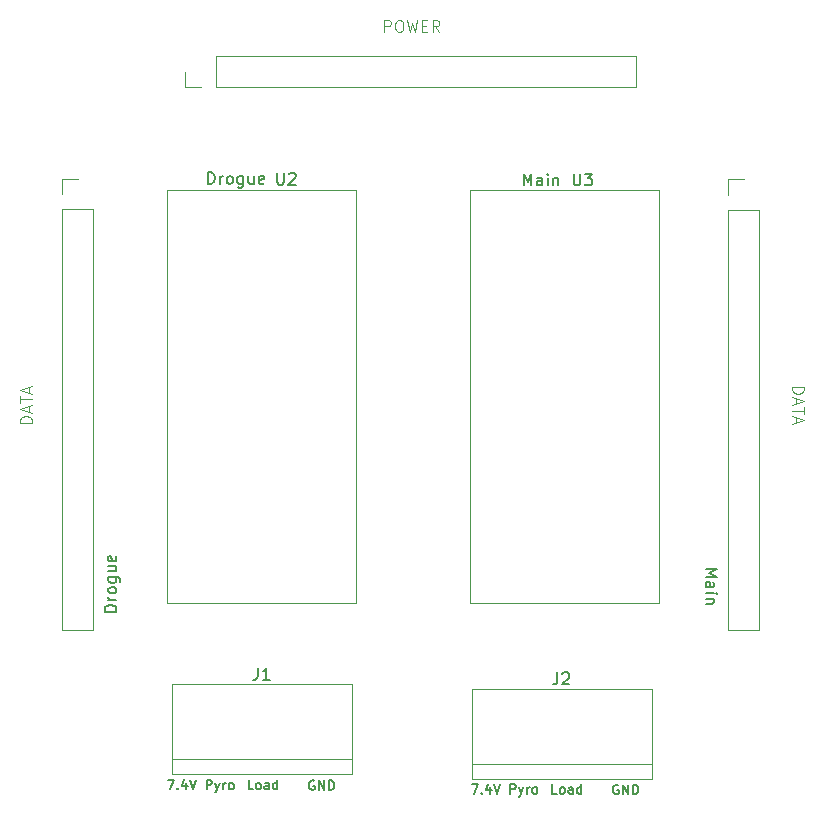
<source format=gbr>
%TF.GenerationSoftware,KiCad,Pcbnew,7.0.7*%
%TF.CreationDate,2024-04-01T01:32:49+05:30*%
%TF.ProjectId,GPIO_stack,4750494f-5f73-4746-9163-6b2e6b696361,rev?*%
%TF.SameCoordinates,Original*%
%TF.FileFunction,Legend,Top*%
%TF.FilePolarity,Positive*%
%FSLAX46Y46*%
G04 Gerber Fmt 4.6, Leading zero omitted, Abs format (unit mm)*
G04 Created by KiCad (PCBNEW 7.0.7) date 2024-04-01 01:32:49*
%MOMM*%
%LPD*%
G01*
G04 APERTURE LIST*
%ADD10C,0.150000*%
%ADD11C,0.100000*%
%ADD12C,0.120000*%
G04 APERTURE END LIST*
D10*
X112934979Y-63674619D02*
X112934979Y-62674619D01*
X112934979Y-62674619D02*
X113173074Y-62674619D01*
X113173074Y-62674619D02*
X113315931Y-62722238D01*
X113315931Y-62722238D02*
X113411169Y-62817476D01*
X113411169Y-62817476D02*
X113458788Y-62912714D01*
X113458788Y-62912714D02*
X113506407Y-63103190D01*
X113506407Y-63103190D02*
X113506407Y-63246047D01*
X113506407Y-63246047D02*
X113458788Y-63436523D01*
X113458788Y-63436523D02*
X113411169Y-63531761D01*
X113411169Y-63531761D02*
X113315931Y-63627000D01*
X113315931Y-63627000D02*
X113173074Y-63674619D01*
X113173074Y-63674619D02*
X112934979Y-63674619D01*
X113934979Y-63674619D02*
X113934979Y-63007952D01*
X113934979Y-63198428D02*
X113982598Y-63103190D01*
X113982598Y-63103190D02*
X114030217Y-63055571D01*
X114030217Y-63055571D02*
X114125455Y-63007952D01*
X114125455Y-63007952D02*
X114220693Y-63007952D01*
X114696884Y-63674619D02*
X114601646Y-63627000D01*
X114601646Y-63627000D02*
X114554027Y-63579380D01*
X114554027Y-63579380D02*
X114506408Y-63484142D01*
X114506408Y-63484142D02*
X114506408Y-63198428D01*
X114506408Y-63198428D02*
X114554027Y-63103190D01*
X114554027Y-63103190D02*
X114601646Y-63055571D01*
X114601646Y-63055571D02*
X114696884Y-63007952D01*
X114696884Y-63007952D02*
X114839741Y-63007952D01*
X114839741Y-63007952D02*
X114934979Y-63055571D01*
X114934979Y-63055571D02*
X114982598Y-63103190D01*
X114982598Y-63103190D02*
X115030217Y-63198428D01*
X115030217Y-63198428D02*
X115030217Y-63484142D01*
X115030217Y-63484142D02*
X114982598Y-63579380D01*
X114982598Y-63579380D02*
X114934979Y-63627000D01*
X114934979Y-63627000D02*
X114839741Y-63674619D01*
X114839741Y-63674619D02*
X114696884Y-63674619D01*
X115887360Y-63007952D02*
X115887360Y-63817476D01*
X115887360Y-63817476D02*
X115839741Y-63912714D01*
X115839741Y-63912714D02*
X115792122Y-63960333D01*
X115792122Y-63960333D02*
X115696884Y-64007952D01*
X115696884Y-64007952D02*
X115554027Y-64007952D01*
X115554027Y-64007952D02*
X115458789Y-63960333D01*
X115887360Y-63627000D02*
X115792122Y-63674619D01*
X115792122Y-63674619D02*
X115601646Y-63674619D01*
X115601646Y-63674619D02*
X115506408Y-63627000D01*
X115506408Y-63627000D02*
X115458789Y-63579380D01*
X115458789Y-63579380D02*
X115411170Y-63484142D01*
X115411170Y-63484142D02*
X115411170Y-63198428D01*
X115411170Y-63198428D02*
X115458789Y-63103190D01*
X115458789Y-63103190D02*
X115506408Y-63055571D01*
X115506408Y-63055571D02*
X115601646Y-63007952D01*
X115601646Y-63007952D02*
X115792122Y-63007952D01*
X115792122Y-63007952D02*
X115887360Y-63055571D01*
X116792122Y-63007952D02*
X116792122Y-63674619D01*
X116363551Y-63007952D02*
X116363551Y-63531761D01*
X116363551Y-63531761D02*
X116411170Y-63627000D01*
X116411170Y-63627000D02*
X116506408Y-63674619D01*
X116506408Y-63674619D02*
X116649265Y-63674619D01*
X116649265Y-63674619D02*
X116744503Y-63627000D01*
X116744503Y-63627000D02*
X116792122Y-63579380D01*
X117649265Y-63627000D02*
X117554027Y-63674619D01*
X117554027Y-63674619D02*
X117363551Y-63674619D01*
X117363551Y-63674619D02*
X117268313Y-63627000D01*
X117268313Y-63627000D02*
X117220694Y-63531761D01*
X117220694Y-63531761D02*
X117220694Y-63150809D01*
X117220694Y-63150809D02*
X117268313Y-63055571D01*
X117268313Y-63055571D02*
X117363551Y-63007952D01*
X117363551Y-63007952D02*
X117554027Y-63007952D01*
X117554027Y-63007952D02*
X117649265Y-63055571D01*
X117649265Y-63055571D02*
X117696884Y-63150809D01*
X117696884Y-63150809D02*
X117696884Y-63246047D01*
X117696884Y-63246047D02*
X117220694Y-63341285D01*
X139655779Y-63801619D02*
X139655779Y-62801619D01*
X139655779Y-62801619D02*
X139989112Y-63515904D01*
X139989112Y-63515904D02*
X140322445Y-62801619D01*
X140322445Y-62801619D02*
X140322445Y-63801619D01*
X141227207Y-63801619D02*
X141227207Y-63277809D01*
X141227207Y-63277809D02*
X141179588Y-63182571D01*
X141179588Y-63182571D02*
X141084350Y-63134952D01*
X141084350Y-63134952D02*
X140893874Y-63134952D01*
X140893874Y-63134952D02*
X140798636Y-63182571D01*
X141227207Y-63754000D02*
X141131969Y-63801619D01*
X141131969Y-63801619D02*
X140893874Y-63801619D01*
X140893874Y-63801619D02*
X140798636Y-63754000D01*
X140798636Y-63754000D02*
X140751017Y-63658761D01*
X140751017Y-63658761D02*
X140751017Y-63563523D01*
X140751017Y-63563523D02*
X140798636Y-63468285D01*
X140798636Y-63468285D02*
X140893874Y-63420666D01*
X140893874Y-63420666D02*
X141131969Y-63420666D01*
X141131969Y-63420666D02*
X141227207Y-63373047D01*
X141703398Y-63801619D02*
X141703398Y-63134952D01*
X141703398Y-62801619D02*
X141655779Y-62849238D01*
X141655779Y-62849238D02*
X141703398Y-62896857D01*
X141703398Y-62896857D02*
X141751017Y-62849238D01*
X141751017Y-62849238D02*
X141703398Y-62801619D01*
X141703398Y-62801619D02*
X141703398Y-62896857D01*
X142179588Y-63134952D02*
X142179588Y-63801619D01*
X142179588Y-63230190D02*
X142227207Y-63182571D01*
X142227207Y-63182571D02*
X142322445Y-63134952D01*
X142322445Y-63134952D02*
X142465302Y-63134952D01*
X142465302Y-63134952D02*
X142560540Y-63182571D01*
X142560540Y-63182571D02*
X142608159Y-63277809D01*
X142608159Y-63277809D02*
X142608159Y-63801619D01*
X135264769Y-114486495D02*
X135798103Y-114486495D01*
X135798103Y-114486495D02*
X135455245Y-115286495D01*
X136102865Y-115210304D02*
X136140960Y-115248400D01*
X136140960Y-115248400D02*
X136102865Y-115286495D01*
X136102865Y-115286495D02*
X136064769Y-115248400D01*
X136064769Y-115248400D02*
X136102865Y-115210304D01*
X136102865Y-115210304D02*
X136102865Y-115286495D01*
X136826674Y-114753161D02*
X136826674Y-115286495D01*
X136636198Y-114448400D02*
X136445721Y-115019828D01*
X136445721Y-115019828D02*
X136940960Y-115019828D01*
X137131436Y-114486495D02*
X137398103Y-115286495D01*
X137398103Y-115286495D02*
X137664769Y-114486495D01*
X138540960Y-115286495D02*
X138540960Y-114486495D01*
X138540960Y-114486495D02*
X138845722Y-114486495D01*
X138845722Y-114486495D02*
X138921912Y-114524590D01*
X138921912Y-114524590D02*
X138960007Y-114562685D01*
X138960007Y-114562685D02*
X138998103Y-114638876D01*
X138998103Y-114638876D02*
X138998103Y-114753161D01*
X138998103Y-114753161D02*
X138960007Y-114829352D01*
X138960007Y-114829352D02*
X138921912Y-114867447D01*
X138921912Y-114867447D02*
X138845722Y-114905542D01*
X138845722Y-114905542D02*
X138540960Y-114905542D01*
X139264769Y-114753161D02*
X139455245Y-115286495D01*
X139645722Y-114753161D02*
X139455245Y-115286495D01*
X139455245Y-115286495D02*
X139379055Y-115476971D01*
X139379055Y-115476971D02*
X139340960Y-115515066D01*
X139340960Y-115515066D02*
X139264769Y-115553161D01*
X139950484Y-115286495D02*
X139950484Y-114753161D01*
X139950484Y-114905542D02*
X139988579Y-114829352D01*
X139988579Y-114829352D02*
X140026674Y-114791257D01*
X140026674Y-114791257D02*
X140102865Y-114753161D01*
X140102865Y-114753161D02*
X140179055Y-114753161D01*
X140560007Y-115286495D02*
X140483817Y-115248400D01*
X140483817Y-115248400D02*
X140445722Y-115210304D01*
X140445722Y-115210304D02*
X140407626Y-115134114D01*
X140407626Y-115134114D02*
X140407626Y-114905542D01*
X140407626Y-114905542D02*
X140445722Y-114829352D01*
X140445722Y-114829352D02*
X140483817Y-114791257D01*
X140483817Y-114791257D02*
X140560007Y-114753161D01*
X140560007Y-114753161D02*
X140674293Y-114753161D01*
X140674293Y-114753161D02*
X140750484Y-114791257D01*
X140750484Y-114791257D02*
X140788579Y-114829352D01*
X140788579Y-114829352D02*
X140826674Y-114905542D01*
X140826674Y-114905542D02*
X140826674Y-115134114D01*
X140826674Y-115134114D02*
X140788579Y-115210304D01*
X140788579Y-115210304D02*
X140750484Y-115248400D01*
X140750484Y-115248400D02*
X140674293Y-115286495D01*
X140674293Y-115286495D02*
X140560007Y-115286495D01*
X105178219Y-99917020D02*
X104178219Y-99917020D01*
X104178219Y-99917020D02*
X104178219Y-99678925D01*
X104178219Y-99678925D02*
X104225838Y-99536068D01*
X104225838Y-99536068D02*
X104321076Y-99440830D01*
X104321076Y-99440830D02*
X104416314Y-99393211D01*
X104416314Y-99393211D02*
X104606790Y-99345592D01*
X104606790Y-99345592D02*
X104749647Y-99345592D01*
X104749647Y-99345592D02*
X104940123Y-99393211D01*
X104940123Y-99393211D02*
X105035361Y-99440830D01*
X105035361Y-99440830D02*
X105130600Y-99536068D01*
X105130600Y-99536068D02*
X105178219Y-99678925D01*
X105178219Y-99678925D02*
X105178219Y-99917020D01*
X105178219Y-98917020D02*
X104511552Y-98917020D01*
X104702028Y-98917020D02*
X104606790Y-98869401D01*
X104606790Y-98869401D02*
X104559171Y-98821782D01*
X104559171Y-98821782D02*
X104511552Y-98726544D01*
X104511552Y-98726544D02*
X104511552Y-98631306D01*
X105178219Y-98155115D02*
X105130600Y-98250353D01*
X105130600Y-98250353D02*
X105082980Y-98297972D01*
X105082980Y-98297972D02*
X104987742Y-98345591D01*
X104987742Y-98345591D02*
X104702028Y-98345591D01*
X104702028Y-98345591D02*
X104606790Y-98297972D01*
X104606790Y-98297972D02*
X104559171Y-98250353D01*
X104559171Y-98250353D02*
X104511552Y-98155115D01*
X104511552Y-98155115D02*
X104511552Y-98012258D01*
X104511552Y-98012258D02*
X104559171Y-97917020D01*
X104559171Y-97917020D02*
X104606790Y-97869401D01*
X104606790Y-97869401D02*
X104702028Y-97821782D01*
X104702028Y-97821782D02*
X104987742Y-97821782D01*
X104987742Y-97821782D02*
X105082980Y-97869401D01*
X105082980Y-97869401D02*
X105130600Y-97917020D01*
X105130600Y-97917020D02*
X105178219Y-98012258D01*
X105178219Y-98012258D02*
X105178219Y-98155115D01*
X104511552Y-96964639D02*
X105321076Y-96964639D01*
X105321076Y-96964639D02*
X105416314Y-97012258D01*
X105416314Y-97012258D02*
X105463933Y-97059877D01*
X105463933Y-97059877D02*
X105511552Y-97155115D01*
X105511552Y-97155115D02*
X105511552Y-97297972D01*
X105511552Y-97297972D02*
X105463933Y-97393210D01*
X105130600Y-96964639D02*
X105178219Y-97059877D01*
X105178219Y-97059877D02*
X105178219Y-97250353D01*
X105178219Y-97250353D02*
X105130600Y-97345591D01*
X105130600Y-97345591D02*
X105082980Y-97393210D01*
X105082980Y-97393210D02*
X104987742Y-97440829D01*
X104987742Y-97440829D02*
X104702028Y-97440829D01*
X104702028Y-97440829D02*
X104606790Y-97393210D01*
X104606790Y-97393210D02*
X104559171Y-97345591D01*
X104559171Y-97345591D02*
X104511552Y-97250353D01*
X104511552Y-97250353D02*
X104511552Y-97059877D01*
X104511552Y-97059877D02*
X104559171Y-96964639D01*
X104511552Y-96059877D02*
X105178219Y-96059877D01*
X104511552Y-96488448D02*
X105035361Y-96488448D01*
X105035361Y-96488448D02*
X105130600Y-96440829D01*
X105130600Y-96440829D02*
X105178219Y-96345591D01*
X105178219Y-96345591D02*
X105178219Y-96202734D01*
X105178219Y-96202734D02*
X105130600Y-96107496D01*
X105130600Y-96107496D02*
X105082980Y-96059877D01*
X105130600Y-95202734D02*
X105178219Y-95297972D01*
X105178219Y-95297972D02*
X105178219Y-95488448D01*
X105178219Y-95488448D02*
X105130600Y-95583686D01*
X105130600Y-95583686D02*
X105035361Y-95631305D01*
X105035361Y-95631305D02*
X104654409Y-95631305D01*
X104654409Y-95631305D02*
X104559171Y-95583686D01*
X104559171Y-95583686D02*
X104511552Y-95488448D01*
X104511552Y-95488448D02*
X104511552Y-95297972D01*
X104511552Y-95297972D02*
X104559171Y-95202734D01*
X104559171Y-95202734D02*
X104654409Y-95155115D01*
X104654409Y-95155115D02*
X104749647Y-95155115D01*
X104749647Y-95155115D02*
X104844885Y-95631305D01*
X109534569Y-114130895D02*
X110067903Y-114130895D01*
X110067903Y-114130895D02*
X109725045Y-114930895D01*
X110372665Y-114854704D02*
X110410760Y-114892800D01*
X110410760Y-114892800D02*
X110372665Y-114930895D01*
X110372665Y-114930895D02*
X110334569Y-114892800D01*
X110334569Y-114892800D02*
X110372665Y-114854704D01*
X110372665Y-114854704D02*
X110372665Y-114930895D01*
X111096474Y-114397561D02*
X111096474Y-114930895D01*
X110905998Y-114092800D02*
X110715521Y-114664228D01*
X110715521Y-114664228D02*
X111210760Y-114664228D01*
X111401236Y-114130895D02*
X111667903Y-114930895D01*
X111667903Y-114930895D02*
X111934569Y-114130895D01*
X112810760Y-114930895D02*
X112810760Y-114130895D01*
X112810760Y-114130895D02*
X113115522Y-114130895D01*
X113115522Y-114130895D02*
X113191712Y-114168990D01*
X113191712Y-114168990D02*
X113229807Y-114207085D01*
X113229807Y-114207085D02*
X113267903Y-114283276D01*
X113267903Y-114283276D02*
X113267903Y-114397561D01*
X113267903Y-114397561D02*
X113229807Y-114473752D01*
X113229807Y-114473752D02*
X113191712Y-114511847D01*
X113191712Y-114511847D02*
X113115522Y-114549942D01*
X113115522Y-114549942D02*
X112810760Y-114549942D01*
X113534569Y-114397561D02*
X113725045Y-114930895D01*
X113915522Y-114397561D02*
X113725045Y-114930895D01*
X113725045Y-114930895D02*
X113648855Y-115121371D01*
X113648855Y-115121371D02*
X113610760Y-115159466D01*
X113610760Y-115159466D02*
X113534569Y-115197561D01*
X114220284Y-114930895D02*
X114220284Y-114397561D01*
X114220284Y-114549942D02*
X114258379Y-114473752D01*
X114258379Y-114473752D02*
X114296474Y-114435657D01*
X114296474Y-114435657D02*
X114372665Y-114397561D01*
X114372665Y-114397561D02*
X114448855Y-114397561D01*
X114829807Y-114930895D02*
X114753617Y-114892800D01*
X114753617Y-114892800D02*
X114715522Y-114854704D01*
X114715522Y-114854704D02*
X114677426Y-114778514D01*
X114677426Y-114778514D02*
X114677426Y-114549942D01*
X114677426Y-114549942D02*
X114715522Y-114473752D01*
X114715522Y-114473752D02*
X114753617Y-114435657D01*
X114753617Y-114435657D02*
X114829807Y-114397561D01*
X114829807Y-114397561D02*
X114944093Y-114397561D01*
X114944093Y-114397561D02*
X115020284Y-114435657D01*
X115020284Y-114435657D02*
X115058379Y-114473752D01*
X115058379Y-114473752D02*
X115096474Y-114549942D01*
X115096474Y-114549942D02*
X115096474Y-114778514D01*
X115096474Y-114778514D02*
X115058379Y-114854704D01*
X115058379Y-114854704D02*
X115020284Y-114892800D01*
X115020284Y-114892800D02*
X114944093Y-114930895D01*
X114944093Y-114930895D02*
X114829807Y-114930895D01*
X147672607Y-114575390D02*
X147596417Y-114537295D01*
X147596417Y-114537295D02*
X147482131Y-114537295D01*
X147482131Y-114537295D02*
X147367845Y-114575390D01*
X147367845Y-114575390D02*
X147291655Y-114651580D01*
X147291655Y-114651580D02*
X147253560Y-114727771D01*
X147253560Y-114727771D02*
X147215464Y-114880152D01*
X147215464Y-114880152D02*
X147215464Y-114994438D01*
X147215464Y-114994438D02*
X147253560Y-115146819D01*
X147253560Y-115146819D02*
X147291655Y-115223009D01*
X147291655Y-115223009D02*
X147367845Y-115299200D01*
X147367845Y-115299200D02*
X147482131Y-115337295D01*
X147482131Y-115337295D02*
X147558322Y-115337295D01*
X147558322Y-115337295D02*
X147672607Y-115299200D01*
X147672607Y-115299200D02*
X147710703Y-115261104D01*
X147710703Y-115261104D02*
X147710703Y-114994438D01*
X147710703Y-114994438D02*
X147558322Y-114994438D01*
X148053560Y-115337295D02*
X148053560Y-114537295D01*
X148053560Y-114537295D02*
X148510703Y-115337295D01*
X148510703Y-115337295D02*
X148510703Y-114537295D01*
X148891655Y-115337295D02*
X148891655Y-114537295D01*
X148891655Y-114537295D02*
X149082131Y-114537295D01*
X149082131Y-114537295D02*
X149196417Y-114575390D01*
X149196417Y-114575390D02*
X149272607Y-114651580D01*
X149272607Y-114651580D02*
X149310702Y-114727771D01*
X149310702Y-114727771D02*
X149348798Y-114880152D01*
X149348798Y-114880152D02*
X149348798Y-114994438D01*
X149348798Y-114994438D02*
X149310702Y-115146819D01*
X149310702Y-115146819D02*
X149272607Y-115223009D01*
X149272607Y-115223009D02*
X149196417Y-115299200D01*
X149196417Y-115299200D02*
X149082131Y-115337295D01*
X149082131Y-115337295D02*
X148891655Y-115337295D01*
X142478312Y-115286495D02*
X142097360Y-115286495D01*
X142097360Y-115286495D02*
X142097360Y-114486495D01*
X142859264Y-115286495D02*
X142783074Y-115248400D01*
X142783074Y-115248400D02*
X142744979Y-115210304D01*
X142744979Y-115210304D02*
X142706883Y-115134114D01*
X142706883Y-115134114D02*
X142706883Y-114905542D01*
X142706883Y-114905542D02*
X142744979Y-114829352D01*
X142744979Y-114829352D02*
X142783074Y-114791257D01*
X142783074Y-114791257D02*
X142859264Y-114753161D01*
X142859264Y-114753161D02*
X142973550Y-114753161D01*
X142973550Y-114753161D02*
X143049741Y-114791257D01*
X143049741Y-114791257D02*
X143087836Y-114829352D01*
X143087836Y-114829352D02*
X143125931Y-114905542D01*
X143125931Y-114905542D02*
X143125931Y-115134114D01*
X143125931Y-115134114D02*
X143087836Y-115210304D01*
X143087836Y-115210304D02*
X143049741Y-115248400D01*
X143049741Y-115248400D02*
X142973550Y-115286495D01*
X142973550Y-115286495D02*
X142859264Y-115286495D01*
X143811646Y-115286495D02*
X143811646Y-114867447D01*
X143811646Y-114867447D02*
X143773551Y-114791257D01*
X143773551Y-114791257D02*
X143697360Y-114753161D01*
X143697360Y-114753161D02*
X143544979Y-114753161D01*
X143544979Y-114753161D02*
X143468789Y-114791257D01*
X143811646Y-115248400D02*
X143735455Y-115286495D01*
X143735455Y-115286495D02*
X143544979Y-115286495D01*
X143544979Y-115286495D02*
X143468789Y-115248400D01*
X143468789Y-115248400D02*
X143430693Y-115172209D01*
X143430693Y-115172209D02*
X143430693Y-115096019D01*
X143430693Y-115096019D02*
X143468789Y-115019828D01*
X143468789Y-115019828D02*
X143544979Y-114981733D01*
X143544979Y-114981733D02*
X143735455Y-114981733D01*
X143735455Y-114981733D02*
X143811646Y-114943638D01*
X144535456Y-115286495D02*
X144535456Y-114486495D01*
X144535456Y-115248400D02*
X144459265Y-115286495D01*
X144459265Y-115286495D02*
X144306884Y-115286495D01*
X144306884Y-115286495D02*
X144230694Y-115248400D01*
X144230694Y-115248400D02*
X144192599Y-115210304D01*
X144192599Y-115210304D02*
X144154503Y-115134114D01*
X144154503Y-115134114D02*
X144154503Y-114905542D01*
X144154503Y-114905542D02*
X144192599Y-114829352D01*
X144192599Y-114829352D02*
X144230694Y-114791257D01*
X144230694Y-114791257D02*
X144306884Y-114753161D01*
X144306884Y-114753161D02*
X144459265Y-114753161D01*
X144459265Y-114753161D02*
X144535456Y-114791257D01*
X155070180Y-96272579D02*
X156070180Y-96272579D01*
X156070180Y-96272579D02*
X155355895Y-96605912D01*
X155355895Y-96605912D02*
X156070180Y-96939245D01*
X156070180Y-96939245D02*
X155070180Y-96939245D01*
X155070180Y-97844007D02*
X155593990Y-97844007D01*
X155593990Y-97844007D02*
X155689228Y-97796388D01*
X155689228Y-97796388D02*
X155736847Y-97701150D01*
X155736847Y-97701150D02*
X155736847Y-97510674D01*
X155736847Y-97510674D02*
X155689228Y-97415436D01*
X155117800Y-97844007D02*
X155070180Y-97748769D01*
X155070180Y-97748769D02*
X155070180Y-97510674D01*
X155070180Y-97510674D02*
X155117800Y-97415436D01*
X155117800Y-97415436D02*
X155213038Y-97367817D01*
X155213038Y-97367817D02*
X155308276Y-97367817D01*
X155308276Y-97367817D02*
X155403514Y-97415436D01*
X155403514Y-97415436D02*
X155451133Y-97510674D01*
X155451133Y-97510674D02*
X155451133Y-97748769D01*
X155451133Y-97748769D02*
X155498752Y-97844007D01*
X155070180Y-98320198D02*
X155736847Y-98320198D01*
X156070180Y-98320198D02*
X156022561Y-98272579D01*
X156022561Y-98272579D02*
X155974942Y-98320198D01*
X155974942Y-98320198D02*
X156022561Y-98367817D01*
X156022561Y-98367817D02*
X156070180Y-98320198D01*
X156070180Y-98320198D02*
X155974942Y-98320198D01*
X155736847Y-98796388D02*
X155070180Y-98796388D01*
X155641609Y-98796388D02*
X155689228Y-98844007D01*
X155689228Y-98844007D02*
X155736847Y-98939245D01*
X155736847Y-98939245D02*
X155736847Y-99082102D01*
X155736847Y-99082102D02*
X155689228Y-99177340D01*
X155689228Y-99177340D02*
X155593990Y-99224959D01*
X155593990Y-99224959D02*
X155070180Y-99224959D01*
X121942407Y-114219790D02*
X121866217Y-114181695D01*
X121866217Y-114181695D02*
X121751931Y-114181695D01*
X121751931Y-114181695D02*
X121637645Y-114219790D01*
X121637645Y-114219790D02*
X121561455Y-114295980D01*
X121561455Y-114295980D02*
X121523360Y-114372171D01*
X121523360Y-114372171D02*
X121485264Y-114524552D01*
X121485264Y-114524552D02*
X121485264Y-114638838D01*
X121485264Y-114638838D02*
X121523360Y-114791219D01*
X121523360Y-114791219D02*
X121561455Y-114867409D01*
X121561455Y-114867409D02*
X121637645Y-114943600D01*
X121637645Y-114943600D02*
X121751931Y-114981695D01*
X121751931Y-114981695D02*
X121828122Y-114981695D01*
X121828122Y-114981695D02*
X121942407Y-114943600D01*
X121942407Y-114943600D02*
X121980503Y-114905504D01*
X121980503Y-114905504D02*
X121980503Y-114638838D01*
X121980503Y-114638838D02*
X121828122Y-114638838D01*
X122323360Y-114981695D02*
X122323360Y-114181695D01*
X122323360Y-114181695D02*
X122780503Y-114981695D01*
X122780503Y-114981695D02*
X122780503Y-114181695D01*
X123161455Y-114981695D02*
X123161455Y-114181695D01*
X123161455Y-114181695D02*
X123351931Y-114181695D01*
X123351931Y-114181695D02*
X123466217Y-114219790D01*
X123466217Y-114219790D02*
X123542407Y-114295980D01*
X123542407Y-114295980D02*
X123580502Y-114372171D01*
X123580502Y-114372171D02*
X123618598Y-114524552D01*
X123618598Y-114524552D02*
X123618598Y-114638838D01*
X123618598Y-114638838D02*
X123580502Y-114791219D01*
X123580502Y-114791219D02*
X123542407Y-114867409D01*
X123542407Y-114867409D02*
X123466217Y-114943600D01*
X123466217Y-114943600D02*
X123351931Y-114981695D01*
X123351931Y-114981695D02*
X123161455Y-114981695D01*
X116748112Y-114930895D02*
X116367160Y-114930895D01*
X116367160Y-114930895D02*
X116367160Y-114130895D01*
X117129064Y-114930895D02*
X117052874Y-114892800D01*
X117052874Y-114892800D02*
X117014779Y-114854704D01*
X117014779Y-114854704D02*
X116976683Y-114778514D01*
X116976683Y-114778514D02*
X116976683Y-114549942D01*
X116976683Y-114549942D02*
X117014779Y-114473752D01*
X117014779Y-114473752D02*
X117052874Y-114435657D01*
X117052874Y-114435657D02*
X117129064Y-114397561D01*
X117129064Y-114397561D02*
X117243350Y-114397561D01*
X117243350Y-114397561D02*
X117319541Y-114435657D01*
X117319541Y-114435657D02*
X117357636Y-114473752D01*
X117357636Y-114473752D02*
X117395731Y-114549942D01*
X117395731Y-114549942D02*
X117395731Y-114778514D01*
X117395731Y-114778514D02*
X117357636Y-114854704D01*
X117357636Y-114854704D02*
X117319541Y-114892800D01*
X117319541Y-114892800D02*
X117243350Y-114930895D01*
X117243350Y-114930895D02*
X117129064Y-114930895D01*
X118081446Y-114930895D02*
X118081446Y-114511847D01*
X118081446Y-114511847D02*
X118043351Y-114435657D01*
X118043351Y-114435657D02*
X117967160Y-114397561D01*
X117967160Y-114397561D02*
X117814779Y-114397561D01*
X117814779Y-114397561D02*
X117738589Y-114435657D01*
X118081446Y-114892800D02*
X118005255Y-114930895D01*
X118005255Y-114930895D02*
X117814779Y-114930895D01*
X117814779Y-114930895D02*
X117738589Y-114892800D01*
X117738589Y-114892800D02*
X117700493Y-114816609D01*
X117700493Y-114816609D02*
X117700493Y-114740419D01*
X117700493Y-114740419D02*
X117738589Y-114664228D01*
X117738589Y-114664228D02*
X117814779Y-114626133D01*
X117814779Y-114626133D02*
X118005255Y-114626133D01*
X118005255Y-114626133D02*
X118081446Y-114588038D01*
X118805256Y-114930895D02*
X118805256Y-114130895D01*
X118805256Y-114892800D02*
X118729065Y-114930895D01*
X118729065Y-114930895D02*
X118576684Y-114930895D01*
X118576684Y-114930895D02*
X118500494Y-114892800D01*
X118500494Y-114892800D02*
X118462399Y-114854704D01*
X118462399Y-114854704D02*
X118424303Y-114778514D01*
X118424303Y-114778514D02*
X118424303Y-114549942D01*
X118424303Y-114549942D02*
X118462399Y-114473752D01*
X118462399Y-114473752D02*
X118500494Y-114435657D01*
X118500494Y-114435657D02*
X118576684Y-114397561D01*
X118576684Y-114397561D02*
X118729065Y-114397561D01*
X118729065Y-114397561D02*
X118805256Y-114435657D01*
X143891095Y-62802419D02*
X143891095Y-63611942D01*
X143891095Y-63611942D02*
X143938714Y-63707180D01*
X143938714Y-63707180D02*
X143986333Y-63754800D01*
X143986333Y-63754800D02*
X144081571Y-63802419D01*
X144081571Y-63802419D02*
X144272047Y-63802419D01*
X144272047Y-63802419D02*
X144367285Y-63754800D01*
X144367285Y-63754800D02*
X144414904Y-63707180D01*
X144414904Y-63707180D02*
X144462523Y-63611942D01*
X144462523Y-63611942D02*
X144462523Y-62802419D01*
X144843476Y-62802419D02*
X145462523Y-62802419D01*
X145462523Y-62802419D02*
X145129190Y-63183371D01*
X145129190Y-63183371D02*
X145272047Y-63183371D01*
X145272047Y-63183371D02*
X145367285Y-63230990D01*
X145367285Y-63230990D02*
X145414904Y-63278609D01*
X145414904Y-63278609D02*
X145462523Y-63373847D01*
X145462523Y-63373847D02*
X145462523Y-63611942D01*
X145462523Y-63611942D02*
X145414904Y-63707180D01*
X145414904Y-63707180D02*
X145367285Y-63754800D01*
X145367285Y-63754800D02*
X145272047Y-63802419D01*
X145272047Y-63802419D02*
X144986333Y-63802419D01*
X144986333Y-63802419D02*
X144891095Y-63754800D01*
X144891095Y-63754800D02*
X144843476Y-63707180D01*
X117162466Y-104659819D02*
X117162466Y-105374104D01*
X117162466Y-105374104D02*
X117114847Y-105516961D01*
X117114847Y-105516961D02*
X117019609Y-105612200D01*
X117019609Y-105612200D02*
X116876752Y-105659819D01*
X116876752Y-105659819D02*
X116781514Y-105659819D01*
X118162466Y-105659819D02*
X117591038Y-105659819D01*
X117876752Y-105659819D02*
X117876752Y-104659819D01*
X117876752Y-104659819D02*
X117781514Y-104802676D01*
X117781514Y-104802676D02*
X117686276Y-104897914D01*
X117686276Y-104897914D02*
X117591038Y-104945533D01*
D11*
X127849084Y-50805219D02*
X127849084Y-49805219D01*
X127849084Y-49805219D02*
X128230036Y-49805219D01*
X128230036Y-49805219D02*
X128325274Y-49852838D01*
X128325274Y-49852838D02*
X128372893Y-49900457D01*
X128372893Y-49900457D02*
X128420512Y-49995695D01*
X128420512Y-49995695D02*
X128420512Y-50138552D01*
X128420512Y-50138552D02*
X128372893Y-50233790D01*
X128372893Y-50233790D02*
X128325274Y-50281409D01*
X128325274Y-50281409D02*
X128230036Y-50329028D01*
X128230036Y-50329028D02*
X127849084Y-50329028D01*
X129039560Y-49805219D02*
X129230036Y-49805219D01*
X129230036Y-49805219D02*
X129325274Y-49852838D01*
X129325274Y-49852838D02*
X129420512Y-49948076D01*
X129420512Y-49948076D02*
X129468131Y-50138552D01*
X129468131Y-50138552D02*
X129468131Y-50471885D01*
X129468131Y-50471885D02*
X129420512Y-50662361D01*
X129420512Y-50662361D02*
X129325274Y-50757600D01*
X129325274Y-50757600D02*
X129230036Y-50805219D01*
X129230036Y-50805219D02*
X129039560Y-50805219D01*
X129039560Y-50805219D02*
X128944322Y-50757600D01*
X128944322Y-50757600D02*
X128849084Y-50662361D01*
X128849084Y-50662361D02*
X128801465Y-50471885D01*
X128801465Y-50471885D02*
X128801465Y-50138552D01*
X128801465Y-50138552D02*
X128849084Y-49948076D01*
X128849084Y-49948076D02*
X128944322Y-49852838D01*
X128944322Y-49852838D02*
X129039560Y-49805219D01*
X129801465Y-49805219D02*
X130039560Y-50805219D01*
X130039560Y-50805219D02*
X130230036Y-50090933D01*
X130230036Y-50090933D02*
X130420512Y-50805219D01*
X130420512Y-50805219D02*
X130658608Y-49805219D01*
X131039560Y-50281409D02*
X131372893Y-50281409D01*
X131515750Y-50805219D02*
X131039560Y-50805219D01*
X131039560Y-50805219D02*
X131039560Y-49805219D01*
X131039560Y-49805219D02*
X131515750Y-49805219D01*
X132515750Y-50805219D02*
X132182417Y-50329028D01*
X131944322Y-50805219D02*
X131944322Y-49805219D01*
X131944322Y-49805219D02*
X132325274Y-49805219D01*
X132325274Y-49805219D02*
X132420512Y-49852838D01*
X132420512Y-49852838D02*
X132468131Y-49900457D01*
X132468131Y-49900457D02*
X132515750Y-49995695D01*
X132515750Y-49995695D02*
X132515750Y-50138552D01*
X132515750Y-50138552D02*
X132468131Y-50233790D01*
X132468131Y-50233790D02*
X132420512Y-50281409D01*
X132420512Y-50281409D02*
X132325274Y-50329028D01*
X132325274Y-50329028D02*
X131944322Y-50329028D01*
X98037619Y-83908915D02*
X97037619Y-83908915D01*
X97037619Y-83908915D02*
X97037619Y-83670820D01*
X97037619Y-83670820D02*
X97085238Y-83527963D01*
X97085238Y-83527963D02*
X97180476Y-83432725D01*
X97180476Y-83432725D02*
X97275714Y-83385106D01*
X97275714Y-83385106D02*
X97466190Y-83337487D01*
X97466190Y-83337487D02*
X97609047Y-83337487D01*
X97609047Y-83337487D02*
X97799523Y-83385106D01*
X97799523Y-83385106D02*
X97894761Y-83432725D01*
X97894761Y-83432725D02*
X97990000Y-83527963D01*
X97990000Y-83527963D02*
X98037619Y-83670820D01*
X98037619Y-83670820D02*
X98037619Y-83908915D01*
X97751904Y-82956534D02*
X97751904Y-82480344D01*
X98037619Y-83051772D02*
X97037619Y-82718439D01*
X97037619Y-82718439D02*
X98037619Y-82385106D01*
X97037619Y-82194629D02*
X97037619Y-81623201D01*
X98037619Y-81908915D02*
X97037619Y-81908915D01*
X97751904Y-81337486D02*
X97751904Y-80861296D01*
X98037619Y-81432724D02*
X97037619Y-81099391D01*
X97037619Y-81099391D02*
X98037619Y-80766058D01*
X162392780Y-80866684D02*
X163392780Y-80866684D01*
X163392780Y-80866684D02*
X163392780Y-81104779D01*
X163392780Y-81104779D02*
X163345161Y-81247636D01*
X163345161Y-81247636D02*
X163249923Y-81342874D01*
X163249923Y-81342874D02*
X163154685Y-81390493D01*
X163154685Y-81390493D02*
X162964209Y-81438112D01*
X162964209Y-81438112D02*
X162821352Y-81438112D01*
X162821352Y-81438112D02*
X162630876Y-81390493D01*
X162630876Y-81390493D02*
X162535638Y-81342874D01*
X162535638Y-81342874D02*
X162440400Y-81247636D01*
X162440400Y-81247636D02*
X162392780Y-81104779D01*
X162392780Y-81104779D02*
X162392780Y-80866684D01*
X162678495Y-81819065D02*
X162678495Y-82295255D01*
X162392780Y-81723827D02*
X163392780Y-82057160D01*
X163392780Y-82057160D02*
X162392780Y-82390493D01*
X163392780Y-82580970D02*
X163392780Y-83152398D01*
X162392780Y-82866684D02*
X163392780Y-82866684D01*
X162678495Y-83438113D02*
X162678495Y-83914303D01*
X162392780Y-83342875D02*
X163392780Y-83676208D01*
X163392780Y-83676208D02*
X162392780Y-84009541D01*
D10*
X142511666Y-105040819D02*
X142511666Y-105755104D01*
X142511666Y-105755104D02*
X142464047Y-105897961D01*
X142464047Y-105897961D02*
X142368809Y-105993200D01*
X142368809Y-105993200D02*
X142225952Y-106040819D01*
X142225952Y-106040819D02*
X142130714Y-106040819D01*
X142940238Y-105136057D02*
X142987857Y-105088438D01*
X142987857Y-105088438D02*
X143083095Y-105040819D01*
X143083095Y-105040819D02*
X143321190Y-105040819D01*
X143321190Y-105040819D02*
X143416428Y-105088438D01*
X143416428Y-105088438D02*
X143464047Y-105136057D01*
X143464047Y-105136057D02*
X143511666Y-105231295D01*
X143511666Y-105231295D02*
X143511666Y-105326533D01*
X143511666Y-105326533D02*
X143464047Y-105469390D01*
X143464047Y-105469390D02*
X142892619Y-106040819D01*
X142892619Y-106040819D02*
X143511666Y-106040819D01*
X118795895Y-62726219D02*
X118795895Y-63535742D01*
X118795895Y-63535742D02*
X118843514Y-63630980D01*
X118843514Y-63630980D02*
X118891133Y-63678600D01*
X118891133Y-63678600D02*
X118986371Y-63726219D01*
X118986371Y-63726219D02*
X119176847Y-63726219D01*
X119176847Y-63726219D02*
X119272085Y-63678600D01*
X119272085Y-63678600D02*
X119319704Y-63630980D01*
X119319704Y-63630980D02*
X119367323Y-63535742D01*
X119367323Y-63535742D02*
X119367323Y-62726219D01*
X119795895Y-62821457D02*
X119843514Y-62773838D01*
X119843514Y-62773838D02*
X119938752Y-62726219D01*
X119938752Y-62726219D02*
X120176847Y-62726219D01*
X120176847Y-62726219D02*
X120272085Y-62773838D01*
X120272085Y-62773838D02*
X120319704Y-62821457D01*
X120319704Y-62821457D02*
X120367323Y-62916695D01*
X120367323Y-62916695D02*
X120367323Y-63011933D01*
X120367323Y-63011933D02*
X120319704Y-63154790D01*
X120319704Y-63154790D02*
X119748276Y-63726219D01*
X119748276Y-63726219D02*
X120367323Y-63726219D01*
D12*
%TO.C,U3*%
X151135600Y-64157600D02*
X135135600Y-64157600D01*
X135135600Y-64157600D02*
X135135600Y-99157600D01*
X135135600Y-99157600D02*
X151135600Y-99157600D01*
X151135600Y-99157600D02*
X151135600Y-64157600D01*
%TO.C,J1*%
X109905800Y-106045000D02*
X125145800Y-106045000D01*
X109905800Y-112395000D02*
X125145800Y-112395000D01*
X109905800Y-113665000D02*
X109905800Y-106045000D01*
X109905800Y-113665000D02*
X125145800Y-113665000D01*
X125145800Y-113665000D02*
X125145800Y-106045000D01*
%TO.C,U1*%
X100565200Y-63217800D02*
X101895200Y-63217800D01*
X100565200Y-64547800D02*
X100565200Y-63217800D01*
X100565200Y-65817800D02*
X100565200Y-101437800D01*
X100565200Y-65817800D02*
X103225200Y-65817800D01*
X100565200Y-101437800D02*
X103225200Y-101437800D01*
X103225200Y-65817800D02*
X103225200Y-101437800D01*
X110990200Y-55492800D02*
X110990200Y-54162800D01*
X112320200Y-55492800D02*
X110990200Y-55492800D01*
X113590200Y-52832800D02*
X149210200Y-52832800D01*
X113590200Y-55492800D02*
X113590200Y-52832800D01*
X113590200Y-55492800D02*
X149210200Y-55492800D01*
X149210200Y-55492800D02*
X149210200Y-52832800D01*
X156965200Y-63247800D02*
X158295200Y-63247800D01*
X156965200Y-64577800D02*
X156965200Y-63247800D01*
X156965200Y-65847800D02*
X156965200Y-101467800D01*
X156965200Y-65847800D02*
X159625200Y-65847800D01*
X156965200Y-101467800D02*
X159625200Y-101467800D01*
X159625200Y-65847800D02*
X159625200Y-101467800D01*
%TO.C,J2*%
X135255000Y-106426000D02*
X150495000Y-106426000D01*
X135255000Y-112776000D02*
X150495000Y-112776000D01*
X135255000Y-114046000D02*
X135255000Y-106426000D01*
X135255000Y-114046000D02*
X150495000Y-114046000D01*
X150495000Y-114046000D02*
X150495000Y-106426000D01*
%TO.C,U2*%
X125481600Y-64157600D02*
X109481600Y-64157600D01*
X109481600Y-64157600D02*
X109481600Y-99157600D01*
X109481600Y-99157600D02*
X125481600Y-99157600D01*
X125481600Y-99157600D02*
X125481600Y-64157600D01*
%TD*%
M02*

</source>
